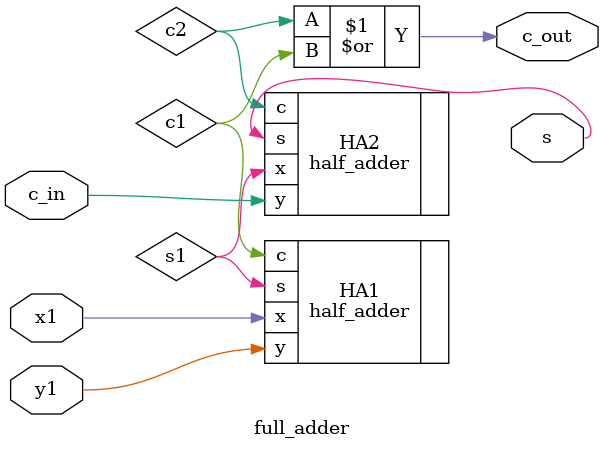
<source format=v>
`timescale 1ns / 1ps


module full_adder(
     input x1,y1,c_in,
     output s,c_out
    );
    wire c1, s1 , c2 , s2 ;
    
    half_adder HA1 (    
    .x(x1),
    .y(y1),
    .c(c1),
    .s(s1)
    );
    
    half_adder HA2 (
    .x(s1),
    .y(c_in),
    .c(c2),
    .s(s)
    );
    
    
    assign c_out = c2 | c1 ;
    
endmodule

</source>
